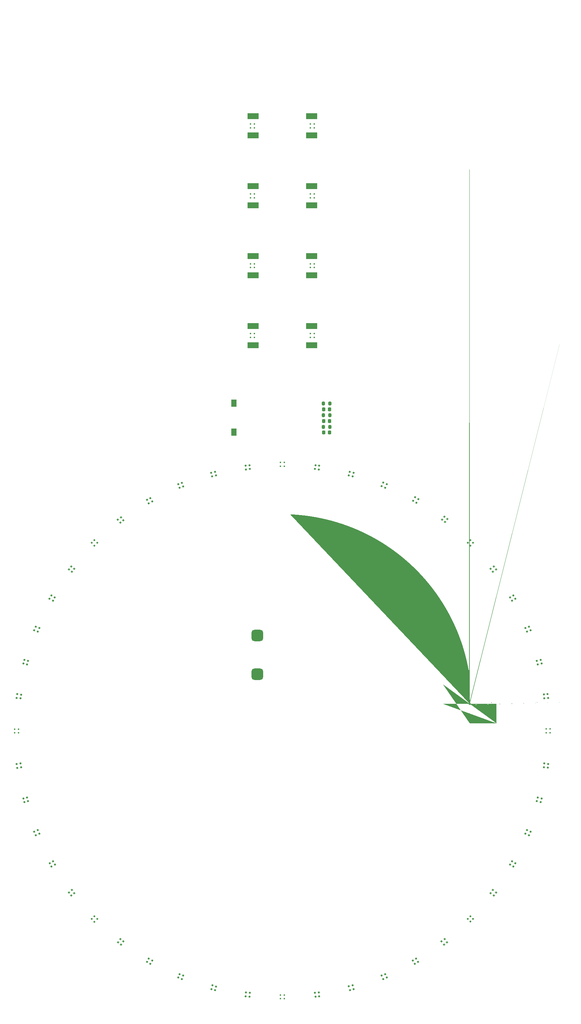
<source format=gbr>
%TF.GenerationSoftware,KiCad,Pcbnew,7.0.2*%
%TF.CreationDate,2023-05-26T22:51:46-07:00*%
%TF.ProjectId,plumbus-bfb,706c756d-6275-4732-9d62-66622e6b6963,rev?*%
%TF.SameCoordinates,Original*%
%TF.FileFunction,Paste,Top*%
%TF.FilePolarity,Positive*%
%FSLAX46Y46*%
G04 Gerber Fmt 4.6, Leading zero omitted, Abs format (unit mm)*
G04 Created by KiCad (PCBNEW 7.0.2) date 2023-05-26 22:51:46*
%MOMM*%
%LPD*%
G01*
G04 APERTURE LIST*
G04 Aperture macros list*
%AMRoundRect*
0 Rectangle with rounded corners*
0 $1 Rounding radius*
0 $2 $3 $4 $5 $6 $7 $8 $9 X,Y pos of 4 corners*
0 Add a 4 corners polygon primitive as box body*
4,1,4,$2,$3,$4,$5,$6,$7,$8,$9,$2,$3,0*
0 Add four circle primitives for the rounded corners*
1,1,$1+$1,$2,$3*
1,1,$1+$1,$4,$5*
1,1,$1+$1,$6,$7*
1,1,$1+$1,$8,$9*
0 Add four rect primitives between the rounded corners*
20,1,$1+$1,$2,$3,$4,$5,0*
20,1,$1+$1,$4,$5,$6,$7,0*
20,1,$1+$1,$6,$7,$8,$9,0*
20,1,$1+$1,$8,$9,$2,$3,0*%
%AMRotRect*
0 Rectangle, with rotation*
0 The origin of the aperture is its center*
0 $1 length*
0 $2 width*
0 $3 Rotation angle, in degrees counterclockwise*
0 Add horizontal line*
21,1,$1,$2,0,0,$3*%
%AMFreePoly0*
4,1,443,-46.755527,49.305534,-45.361075,49.226516,-43.969418,49.108069,-42.581671,48.950286,-41.198944,48.753296,-39.822345,48.517254,-38.452978,48.242351,-37.091939,47.928806,-35.740317,47.576872,-34.399196,47.186828,-33.069650,46.758989,-31.752744,46.293697,-30.449533,45.791323,-29.161060,45.252272,-27.888358,44.676974,-26.632445,44.065891,-25.394329,43.419512,-24.175000,42.738354,-22.975436,42.022963,-21.796596,41.273912,
-20.639426,40.491802,-19.504853,39.677258,-18.393784,38.830934,-17.307111,37.953506,-16.245702,37.045678,-15.210410,36.108177,-14.202062,35.141754,-13.221467,34.147183,-12.269409,33.125261,-11.346653,32.076805,-10.453936,31.002657,-9.591973,29.903676,-8.761456,28.780742,-7.963049,27.634756,-7.197392,26.466634,-6.465098,25.277313,-5.766754,24.067745,-5.102918,22.838900,-4.474124,21.591761,-3.880874,20.327327,
-3.323644,19.046611,-2.802879,17.750639,-2.318998,16.440449,-1.872387,15.117090,-1.463405,13.781623,-1.092379,12.435117,-0.759606,11.078651,-0.465353,9.713311,-0.209855,8.340190,0.006683,6.960390,0.184087,5.575014,0.322216,4.185172,0.420959,2.791979,0.480236,1.396549,0.500000,0.000000,0.480236,-1.396549,0.420959,-2.791979,0.322216,-4.185172,0.184087,-5.575014,0.006683,-6.960390,
-0.209855,-8.340190,-0.465353,-9.713311,-0.759606,-11.078651,-1.092379,-12.435117,-1.463405,-13.781623,-1.872387,-15.117090,-2.318998,-16.440449,-2.802879,-17.750639,-3.323644,-19.046611,-3.880874,-20.327327,-4.474124,-21.591761,-5.102918,-22.838900,-5.766754,-24.067745,-6.465098,-25.277313,-7.197392,-26.466634,-7.963049,-27.634756,-8.761456,-28.780742,-9.591973,-29.903676,-10.453936,-31.002657,-11.346653,-32.076805,
-12.269409,-33.125261,-13.221467,-34.147183,-14.202062,-35.141754,-15.210410,-36.108177,-16.245702,-37.045678,-17.307111,-37.953506,-18.393784,-38.830934,-19.504853,-39.677258,-20.639426,-40.491802,-21.796596,-41.273912,-22.975436,-42.022963,-24.175000,-42.738354,-25.394329,-43.419512,-26.632445,-44.065891,-27.888358,-44.676974,-29.161060,-45.252272,-30.449533,-45.791323,-31.752744,-46.293697,-33.069650,-46.758989,-34.399196,-47.186828,
-35.740317,-47.576872,-37.091939,-47.928806,-38.452978,-48.242351,-39.822345,-48.517254,-41.198944,-48.753296,-42.581671,-48.950286,-43.969418,-49.108069,-45.361075,-49.226516,-46.755527,-49.305534,-48.151656,-49.345059,-49.548344,-49.345059,-50.944473,-49.305534,-52.338925,-49.226516,-53.730582,-49.108069,-55.118329,-48.950286,-56.501056,-48.753296,-57.877655,-48.517254,-59.247022,-48.242351,-60.608061,-47.928806,-61.959683,-47.576872,
-63.300804,-47.186828,-64.630350,-46.758989,-65.947256,-46.293697,-67.250467,-45.791323,-68.538940,-45.252272,-69.811642,-44.676974,-71.067555,-44.065891,-72.305671,-43.419512,-73.525000,-42.738354,-74.724564,-42.022963,-75.903404,-41.273912,-77.060574,-40.491802,-78.195147,-39.677258,-79.306216,-38.830934,-80.392889,-37.953506,-81.454298,-37.045678,-82.489590,-36.108177,-83.497938,-35.141754,-84.478533,-34.147183,-85.430591,-33.125261,
-86.353347,-32.076805,-87.246064,-31.002657,-88.108027,-29.903676,-88.938544,-28.780742,-89.736951,-27.634756,-90.502608,-26.466634,-91.234902,-25.277313,-91.933246,-24.067745,-92.597082,-22.838900,-93.225876,-21.591761,-93.819126,-20.327327,-94.376356,-19.046611,-94.897121,-17.750639,-95.381002,-16.440449,-95.827613,-15.117090,-96.236595,-13.781623,-96.607621,-12.435117,-96.940394,-11.078651,-97.234647,-9.713311,-97.490145,-8.340190,
-97.706683,-6.960390,-97.884087,-5.575014,-98.022216,-4.185172,-98.120959,-2.791979,-98.180236,-1.396549,-98.200000,0.000000,-97.205021,0.000000,-97.184938,-1.393493,-97.124706,-2.785829,-97.024374,-4.175850,-96.884027,-5.562403,-96.703780,-6.944336,-96.483784,-8.320500,-96.224220,-9.689753,-95.925306,-11.050957,-95.587288,-12.402981,-95.210449,-13.744703,-94.795100,-15.075008,-94.341587,-16.392791,-93.850286,-17.696958,
-93.321606,-18.986424,-92.755986,-20.260120,-92.153895,-21.516986,-91.515835,-22.755980,-90.842333,-23.976071,-90.133952,-25.176247,-89.391277,-26.355510,-88.614928,-27.512881,-87.805547,-28.647398,-86.963808,-29.758119,-86.090410,-30.844122,-85.186079,-31.904505,-84.251565,-32.938386,-83.287645,-33.944907,-82.295119,-34.923231,-81.274812,-35.872547,-80.227572,-36.792065,-79.154268,-37.681022,-78.055791,-38.538679,-76.933055,-39.364325,
-75.786992,-40.157272,-74.618554,-40.916863,-73.428711,-41.642467,-72.218452,-42.333480,-70.988782,-42.989329,-69.740722,-43.609469,-68.475310,-44.193385,-67.193596,-44.740592,-65.896645,-45.250635,-64.585534,-45.723091,-63.261352,-46.157567,-61.925200,-46.553702,-60.578187,-46.911168,-59.221432,-47.229667,-57.856061,-47.508935,-56.483210,-47.748740,-55.104019,-47.948882,-53.719632,-48.109196,-52.331201,-48.229548,-50.939878,-48.309838,
-49.546819,-48.350000,-48.153181,-48.350000,-46.760122,-48.309838,-45.368799,-48.229548,-43.980368,-48.109196,-42.595981,-47.948882,-41.216790,-47.748740,-39.843939,-47.508935,-38.478568,-47.229667,-37.121813,-46.911168,-35.774800,-46.553702,-34.438648,-46.157567,-33.114466,-45.723091,-31.803355,-45.250635,-30.506404,-44.740592,-29.224690,-44.193385,-27.959278,-43.609469,-26.711218,-42.989329,-25.481548,-42.333480,-24.271289,-41.642467,
-23.081446,-40.916863,-21.913008,-40.157272,-20.766945,-39.364325,-19.644209,-38.538679,-18.545732,-37.681022,-17.472428,-36.792065,-16.425188,-35.872547,-15.404881,-34.923231,-14.412355,-33.944907,-13.448435,-32.938386,-12.513921,-31.904505,-11.609590,-30.844122,-10.736192,-29.758119,-9.894453,-28.647398,-9.085072,-27.512881,-8.308723,-26.355510,-7.566048,-25.176247,-6.857667,-23.976071,-6.184165,-22.755980,-5.546105,-21.516986,
-4.944014,-20.260120,-4.378394,-18.986424,-3.849714,-17.696958,-3.358413,-16.392791,-2.904900,-15.075008,-2.489551,-13.744703,-2.112712,-12.402981,-1.774694,-11.050957,-1.475780,-9.689753,-1.216216,-8.320500,-0.996220,-6.944336,-0.815973,-5.562403,-0.675626,-4.175850,-0.575294,-2.785829,-0.515062,-1.393493,-0.494979,0.000000,-0.515062,1.393493,-0.575294,2.785829,-0.675626,4.175850,-0.815973,5.562403,
-0.996220,6.944336,-1.216216,8.320500,-1.475780,9.689753,-1.774694,11.050957,-2.112712,12.402981,-2.489551,13.744703,-2.904900,15.075008,-3.358413,16.392791,-3.849714,17.696958,-4.378394,18.986424,-4.944014,20.260120,-5.546105,21.516986,-6.184165,22.755980,-6.857667,23.976071,-7.566048,25.176247,-8.308723,26.355510,-9.085072,27.512881,-9.894453,28.647398,-10.736192,29.758119,-11.609590,30.844122,
-12.513921,31.904505,-13.448435,32.938386,-14.412355,33.944907,-15.404881,34.923231,-16.425188,35.872547,-17.472428,36.792065,-18.545732,37.681022,-19.644209,38.538679,-20.766945,39.364325,-21.913008,40.157272,-23.081446,40.916863,-24.271289,41.642467,-25.481548,42.333480,-26.711218,42.989329,-27.959278,43.609469,-29.224690,44.193385,-30.506404,44.740592,-31.803355,45.250635,-33.114466,45.723091,-34.438648,46.157567,
-35.774800,46.553702,-37.121813,46.911168,-38.478568,47.229667,-39.843939,47.508935,-41.216790,47.748740,-42.595981,47.948882,-43.980368,48.109196,-45.368799,48.229548,-46.760122,48.309838,-48.153181,48.350000,-49.546819,48.350000,-50.939878,48.309838,-52.331201,48.229548,-53.719632,48.109196,-55.104019,47.948882,-56.483210,47.748740,-57.856061,47.508935,-59.221432,47.229667,-60.578187,46.911168,-61.925200,46.553702,
-63.261352,46.157567,-64.585534,45.723091,-65.896645,45.250635,-67.193596,44.740592,-68.475310,44.193385,-69.740722,43.609469,-70.988782,42.989329,-72.218452,42.333480,-73.428711,41.642467,-74.618554,40.916863,-75.786992,40.157272,-76.933055,39.364325,-78.055791,38.538679,-79.154268,37.681022,-80.227572,36.792065,-81.274812,35.872547,-82.295119,34.923231,-83.287645,33.944907,-84.251565,32.938386,-85.186079,31.904505,
-86.090410,30.844122,-86.963808,29.758119,-87.805547,28.647398,-88.614928,27.512881,-89.391277,26.355510,-90.133952,25.176247,-90.842333,23.976071,-91.515835,22.755980,-92.153895,21.516986,-92.755986,20.260120,-93.321606,18.986424,-93.850286,17.696958,-94.341587,16.392791,-94.795100,15.075008,-95.210449,13.744703,-95.587288,12.402981,-95.925306,11.050957,-96.224220,9.689753,-96.483784,8.320500,-96.703780,6.944336,
-96.884027,5.562403,-97.024374,4.175850,-97.124706,2.785829,-97.184938,1.393493,-97.205021,0.000000,-98.200000,0.000000,-98.180236,1.396549,-98.120959,2.791979,-98.022216,4.185172,-97.884087,5.575014,-97.706683,6.960390,-97.490145,8.340190,-97.234647,9.713311,-96.940394,11.078651,-96.607621,12.435117,-96.236595,13.781623,-95.827613,15.117090,-95.381002,16.440449,-94.897121,17.750639,-94.376356,19.046611,
-93.819126,20.327327,-93.225876,21.591761,-92.597082,22.838900,-91.933246,24.067745,-91.234902,25.277313,-90.502608,26.466634,-89.736951,27.634756,-88.938544,28.780742,-88.108027,29.903676,-87.246064,31.002657,-86.353347,32.076805,-85.430591,33.125261,-84.478533,34.147183,-83.497938,35.141754,-82.489590,36.108177,-81.454298,37.045678,-80.392889,37.953506,-79.306216,38.830934,-78.195147,39.677258,-77.060574,40.491802,
-75.903404,41.273912,-74.724564,42.022963,-73.525000,42.738354,-72.305671,43.419512,-71.067555,44.065891,-69.811642,44.676974,-68.538940,45.252272,-67.250467,45.791323,-65.947256,46.293697,-64.630350,46.758989,-63.300804,47.186828,-61.959683,47.576872,-60.608061,47.928806,-59.247022,48.242351,-57.877655,48.517254,-56.501056,48.753296,-55.118329,48.950286,-53.730582,49.108069,-52.338925,49.226516,-50.944473,49.305534,
-49.548344,49.345059,-48.151656,49.345059,-46.755527,49.305534,-46.755527,49.305534,$1*%
G04 Aperture macros list end*
%ADD10RotRect,0.450000X0.450000X255.000000*%
%ADD11RotRect,0.450000X0.450000X277.500000*%
%ADD12R,0.450000X0.450000*%
%ADD13RotRect,0.450000X0.450000X7.500000*%
%ADD14RotRect,0.450000X0.450000X45.000000*%
%ADD15RotRect,0.450000X0.450000X15.000000*%
%ADD16RotRect,0.450000X0.450000X225.000000*%
%ADD17RotRect,0.450000X0.450000X120.000000*%
%ADD18RotRect,0.450000X0.450000X345.000000*%
%ADD19RotRect,0.450000X0.450000X352.500000*%
%ADD20RotRect,0.450000X0.450000X75.000000*%
%ADD21RotRect,0.450000X0.450000X337.500000*%
%ADD22RotRect,0.450000X0.450000X142.500000*%
%ADD23RotRect,0.450000X0.450000X52.500000*%
%ADD24RotRect,0.450000X0.450000X97.500000*%
%ADD25RotRect,0.450000X0.450000X187.500000*%
%ADD26RotRect,0.450000X0.450000X127.500000*%
%ADD27RotRect,0.450000X0.450000X202.500000*%
%ADD28RotRect,0.450000X0.450000X67.500000*%
%ADD29RotRect,0.450000X0.450000X112.500000*%
%ADD30RotRect,0.450000X0.450000X232.500000*%
%ADD31RotRect,0.450000X0.450000X82.500000*%
%ADD32RotRect,0.450000X0.450000X150.000000*%
%ADD33RotRect,0.450000X0.450000X37.500000*%
%ADD34RotRect,0.450000X0.450000X262.500000*%
%ADD35RotRect,0.450000X0.450000X285.000000*%
%ADD36RotRect,0.450000X0.450000X30.000000*%
%ADD37RotRect,0.450000X0.450000X300.000000*%
%ADD38RotRect,0.450000X0.450000X307.500000*%
%ADD39RotRect,0.450000X0.450000X22.500000*%
%ADD40RotRect,0.450000X0.450000X330.000000*%
%ADD41RotRect,0.450000X0.450000X157.500000*%
%ADD42RotRect,0.450000X0.450000X315.000000*%
%ADD43RotRect,0.450000X0.450000X292.500000*%
%ADD44RotRect,0.450000X0.450000X210.000000*%
%ADD45RotRect,0.450000X0.450000X172.500000*%
%ADD46RotRect,0.450000X0.450000X240.000000*%
%ADD47RotRect,0.450000X0.450000X195.000000*%
%ADD48RotRect,0.450000X0.450000X165.000000*%
%ADD49RotRect,0.450000X0.450000X217.500000*%
%ADD50RotRect,0.450000X0.450000X135.000000*%
%ADD51RotRect,0.450000X0.450000X60.000000*%
%ADD52RotRect,0.450000X0.450000X322.500000*%
%ADD53RotRect,0.450000X0.450000X247.500000*%
%ADD54RotRect,0.450000X0.450000X105.000000*%
%ADD55RoundRect,0.750000X0.750000X-0.750000X0.750000X0.750000X-0.750000X0.750000X-0.750000X-0.750000X0*%
%ADD56FreePoly0,0.000000*%
%ADD57R,3.000000X1.600000*%
%ADD58RoundRect,0.218750X0.218750X0.256250X-0.218750X0.256250X-0.218750X-0.256250X0.218750X-0.256250X0*%
%ADD59R,1.400000X1.900000*%
%ADD60RoundRect,0.200000X-0.200000X-0.275000X0.200000X-0.275000X0.200000X0.275000X-0.200000X0.275000X0*%
G04 APERTURE END LIST*
D10*
%TO.C,U59*%
X250532372Y-420996447D03*
X250273553Y-421962372D03*
X249566447Y-420737628D03*
X249307628Y-421703553D03*
%TD*%
D11*
%TO.C,U56*%
X248580459Y-447729014D03*
X248710986Y-448720459D03*
X247589014Y-447859541D03*
X247719541Y-448850986D03*
%TD*%
D12*
%TO.C,U72*%
X325050000Y-317700000D03*
X325050000Y-318700000D03*
X324050000Y-317700000D03*
X324050000Y-318700000D03*
%TD*%
D13*
%TO.C,U44*%
X325219014Y-507419541D03*
X326210459Y-507289014D03*
X325349541Y-508410986D03*
X326340986Y-508280459D03*
%TD*%
D12*
%TO.C,U73*%
X309450000Y-300500000D03*
X308450000Y-300500000D03*
X309450000Y-299500000D03*
X308450000Y-299500000D03*
%TD*%
D14*
%TO.C,U39*%
X364962893Y-488170000D03*
X365670000Y-487462893D03*
X365670000Y-488877107D03*
X366377107Y-488170000D03*
%TD*%
D15*
%TO.C,U43*%
X334047628Y-505726447D03*
X335013553Y-505467628D03*
X334306447Y-506692372D03*
X335272372Y-506433553D03*
%TD*%
D12*
%TO.C,U74*%
X325050000Y-299500000D03*
X325050000Y-300500000D03*
X324050000Y-299500000D03*
X324050000Y-300500000D03*
%TD*%
%TO.C,U70*%
X325050000Y-335850000D03*
X325050000Y-336850000D03*
X324050000Y-335850000D03*
X324050000Y-336850000D03*
%TD*%
D16*
%TO.C,U63*%
X268527107Y-390322893D03*
X267820000Y-391030000D03*
X267820000Y-389615786D03*
X267112893Y-390322893D03*
%TD*%
D17*
%TO.C,U29*%
X376486987Y-405343013D03*
X375986987Y-404476987D03*
X377353013Y-404843013D03*
X376853013Y-403976987D03*
%TD*%
D18*
%TO.C,U47*%
X298492894Y-505475256D03*
X299458819Y-505734075D03*
X298234075Y-506441181D03*
X299200000Y-506700000D03*
%TD*%
D19*
%TO.C,U46*%
X307290000Y-507290000D03*
X308281445Y-507420527D03*
X307159473Y-508281445D03*
X308150918Y-508411972D03*
%TD*%
D20*
%TO.C,U35*%
X382977628Y-457513553D03*
X383236447Y-456547628D03*
X383943553Y-457772372D03*
X384202372Y-456806447D03*
%TD*%
D21*
%TO.C,U48*%
X290000000Y-502520000D03*
X290923879Y-502902683D03*
X289617317Y-503443879D03*
X290541196Y-503826562D03*
%TD*%
D22*
%TO.C,U26*%
X359074592Y-384902114D03*
X358281239Y-384293353D03*
X359683353Y-384108761D03*
X358890000Y-383500000D03*
%TD*%
D23*
%TO.C,U38*%
X370938943Y-481462296D03*
X371547704Y-480668943D03*
X371732296Y-482071057D03*
X372341057Y-481277704D03*
%TD*%
D24*
%TO.C,U32*%
X384909541Y-430770986D03*
X384779014Y-429779541D03*
X385900986Y-430640459D03*
X385770459Y-429649014D03*
%TD*%
D25*
%TO.C,U68*%
X308280986Y-371090459D03*
X307289541Y-371220986D03*
X308150459Y-370099014D03*
X307159014Y-370229541D03*
%TD*%
D26*
%TO.C,U28*%
X371547704Y-397831057D03*
X370938943Y-397037704D03*
X372341057Y-397222296D03*
X371732296Y-396428943D03*
%TD*%
D27*
%TO.C,U66*%
X290923281Y-375610598D03*
X289999402Y-375993281D03*
X290540598Y-374686719D03*
X289616719Y-375069402D03*
%TD*%
D28*
%TO.C,U36*%
X380016121Y-465997317D03*
X380398804Y-465073438D03*
X380940000Y-466380000D03*
X381322683Y-465456121D03*
%TD*%
D29*
%TO.C,U30*%
X380399402Y-413423281D03*
X380016719Y-412499402D03*
X381323281Y-413040598D03*
X380940598Y-412116719D03*
%TD*%
D12*
%TO.C,U33*%
X385430000Y-439750000D03*
X385430000Y-438750000D03*
X386430000Y-439750000D03*
X386430000Y-438750000D03*
%TD*%
%TO.C,U75*%
X309450000Y-282300000D03*
X308450000Y-282300000D03*
X309450000Y-281300000D03*
X308450000Y-281300000D03*
%TD*%
D30*
%TO.C,U62*%
X262570000Y-397040000D03*
X261961239Y-397833353D03*
X261776647Y-396431239D03*
X261167886Y-397224592D03*
%TD*%
D31*
%TO.C,U34*%
X384789473Y-448701445D03*
X384920000Y-447710000D03*
X385780918Y-448831972D03*
X385911445Y-447840527D03*
%TD*%
D32*
%TO.C,U25*%
X351630000Y-379836026D03*
X350763974Y-379336026D03*
X352130000Y-378970000D03*
X351263974Y-378470000D03*
%TD*%
D33*
%TO.C,U40*%
X358177886Y-494045408D03*
X358971239Y-493436647D03*
X358786647Y-494838761D03*
X359580000Y-494230000D03*
%TD*%
D34*
%TO.C,U58*%
X248721972Y-429789082D03*
X248591445Y-430780527D03*
X247730527Y-429658555D03*
X247600000Y-430650000D03*
%TD*%
D35*
%TO.C,U55*%
X250267106Y-456545256D03*
X250525925Y-457511181D03*
X249301181Y-456804075D03*
X249560000Y-457770000D03*
%TD*%
D36*
%TO.C,U41*%
X350666987Y-498986987D03*
X351533013Y-498486987D03*
X351166987Y-499853013D03*
X352033013Y-499353013D03*
%TD*%
D12*
%TO.C,U57*%
X248070000Y-438760000D03*
X248070000Y-439760000D03*
X247070000Y-438760000D03*
X247070000Y-439760000D03*
%TD*%
D37*
%TO.C,U53*%
X257023013Y-473156987D03*
X257523013Y-474023013D03*
X256156987Y-473656987D03*
X256656987Y-474523013D03*
%TD*%
D38*
%TO.C,U52*%
X261954592Y-480667886D03*
X262563353Y-481461239D03*
X261161239Y-481276647D03*
X261770000Y-482070000D03*
%TD*%
D12*
%TO.C,U45*%
X316250000Y-507940000D03*
X317250000Y-507940000D03*
X316250000Y-508940000D03*
X317250000Y-508940000D03*
%TD*%
D39*
%TO.C,U42*%
X342576719Y-502899402D03*
X343500598Y-502516719D03*
X342959402Y-503823281D03*
X343883281Y-503440598D03*
%TD*%
D12*
%TO.C,U69*%
X309450000Y-336850000D03*
X308450000Y-336850000D03*
X309450000Y-335850000D03*
X308450000Y-335850000D03*
%TD*%
%TO.C,U21*%
X317250000Y-370350000D03*
X316250000Y-370350000D03*
X317250000Y-369350000D03*
X316250000Y-369350000D03*
%TD*%
D40*
%TO.C,U49*%
X281973974Y-498483974D03*
X282840000Y-498983974D03*
X281473974Y-499350000D03*
X282340000Y-499850000D03*
%TD*%
D41*
%TO.C,U24*%
X343493879Y-375972683D03*
X342570000Y-375590000D03*
X343876562Y-375048804D03*
X342952683Y-374666121D03*
%TD*%
D42*
%TO.C,U51*%
X267820000Y-487472893D03*
X268527107Y-488180000D03*
X267112893Y-488180000D03*
X267820000Y-488887107D03*
%TD*%
D43*
%TO.C,U54*%
X253091196Y-465083438D03*
X253473879Y-466007317D03*
X252167317Y-465466121D03*
X252550000Y-466390000D03*
%TD*%
D44*
%TO.C,U65*%
X282843013Y-379513013D03*
X281976987Y-380013013D03*
X282343013Y-378646987D03*
X281476987Y-379146987D03*
%TD*%
D12*
%TO.C,U71*%
X309450000Y-318700000D03*
X308450000Y-318700000D03*
X309450000Y-317700000D03*
X308450000Y-317700000D03*
%TD*%
D45*
%TO.C,U22*%
X326210000Y-371220000D03*
X325218555Y-371089473D03*
X326340527Y-370228555D03*
X325349082Y-370098028D03*
%TD*%
D46*
%TO.C,U61*%
X257503013Y-404476987D03*
X257003013Y-405343013D03*
X256636987Y-403976987D03*
X256136987Y-404843013D03*
%TD*%
D47*
%TO.C,U67*%
X299452372Y-372773553D03*
X298486447Y-373032372D03*
X299193553Y-371807628D03*
X298227628Y-372066447D03*
%TD*%
D48*
%TO.C,U23*%
X335001181Y-373035925D03*
X334035256Y-372777106D03*
X335260000Y-372070000D03*
X334294075Y-371811181D03*
%TD*%
D12*
%TO.C,U76*%
X325050000Y-281300000D03*
X325050000Y-282300000D03*
X324050000Y-281300000D03*
X324050000Y-282300000D03*
%TD*%
D49*
%TO.C,U64*%
X275331057Y-384442296D03*
X274537704Y-385051057D03*
X274722296Y-383648943D03*
X273928943Y-384257704D03*
%TD*%
D50*
%TO.C,U27*%
X365680000Y-391027107D03*
X364972893Y-390320000D03*
X366387107Y-390320000D03*
X365680000Y-389612893D03*
%TD*%
D51*
%TO.C,U37*%
X375986987Y-474023013D03*
X376486987Y-473156987D03*
X376853013Y-474523013D03*
X377353013Y-473656987D03*
%TD*%
D52*
%TO.C,U50*%
X274548761Y-493436647D03*
X275342114Y-494045408D03*
X273940000Y-494230000D03*
X274733353Y-494838761D03*
%TD*%
D53*
%TO.C,U60*%
X253480000Y-412500000D03*
X253097317Y-413423879D03*
X252556121Y-412117317D03*
X252173438Y-413041196D03*
%TD*%
D54*
%TO.C,U31*%
X383226447Y-421962372D03*
X382967628Y-420996447D03*
X384192372Y-421703553D03*
X383933553Y-420737628D03*
%TD*%
D55*
%TO.C,S1*%
X310250000Y-424500000D03*
X310250000Y-414400000D03*
%TD*%
D56*
%TO.C,REF\u002A\u002A*%
X365500000Y-432200000D03*
%TD*%
D57*
%TO.C,Button 8*%
X309130000Y-279320000D03*
X324330000Y-279320000D03*
X309130000Y-284320000D03*
X324330000Y-284320000D03*
%TD*%
%TO.C,Button 1*%
X324340000Y-338860000D03*
X309140000Y-338860000D03*
X324340000Y-333860000D03*
X309140000Y-333860000D03*
%TD*%
%TO.C,Button 2*%
X309140000Y-315680000D03*
X324340000Y-315680000D03*
X309140000Y-320680000D03*
X324340000Y-320680000D03*
%TD*%
%TO.C,Button 4*%
X309140000Y-297500000D03*
X324340000Y-297500000D03*
X309140000Y-302500000D03*
X324340000Y-302500000D03*
%TD*%
D58*
%TO.C,4*%
X327475000Y-355610000D03*
X329050000Y-355610000D03*
%TD*%
D59*
%TO.C,MODE*%
X304150000Y-354000000D03*
X304150000Y-361500000D03*
%TD*%
D60*
%TO.C,R3*%
X327437500Y-354090000D03*
X329087500Y-354090000D03*
%TD*%
%TO.C, *%
X327437500Y-357100000D03*
X329087500Y-357100000D03*
%TD*%
D58*
%TO.C,2*%
X327475000Y-358610000D03*
X329050000Y-358610000D03*
%TD*%
%TO.C,1*%
X329037500Y-361610000D03*
X327462500Y-361610000D03*
%TD*%
D60*
%TO.C,R5*%
X327425000Y-360110000D03*
X329075000Y-360110000D03*
%TD*%
M02*

</source>
